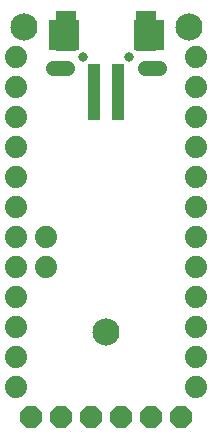
<source format=gbr>
G04 EAGLE Gerber RS-274X export*
G75*
%MOMM*%
%FSLAX34Y34*%
%LPD*%
%INSoldermask Bottom*%
%IPPOS*%
%AMOC8*
5,1,8,0,0,1.08239X$1,22.5*%
G01*
%ADD10C,2.301600*%
%ADD11C,0.801600*%
%ADD12R,2.601600X2.601600*%
%ADD13C,1.309600*%
%ADD14C,1.879600*%
%ADD15P,2.034460X8X112.500000*%
%ADD16R,1.101600X4.701600*%
%ADD17R,1.701600X3.501600*%


D10*
X-69850Y342900D03*
X69850Y342900D03*
X0Y85090D03*
D11*
X19500Y317500D03*
X-19500Y317500D03*
D12*
X-36000Y336500D03*
X36000Y336500D03*
D13*
X33000Y308500D02*
X45080Y308500D01*
X-33000Y308500D02*
X-45080Y308500D01*
D14*
X-76200Y317500D03*
X-76200Y292100D03*
X-76200Y266700D03*
X-76200Y241300D03*
X-76200Y215900D03*
X-76200Y190500D03*
X-76200Y165100D03*
X-76200Y139700D03*
X-76200Y114300D03*
X-76200Y88900D03*
X-76200Y63500D03*
X-76200Y38100D03*
D15*
X-63500Y12700D03*
X-38100Y12700D03*
X-12700Y12700D03*
X12700Y12700D03*
X38100Y12700D03*
X63500Y12700D03*
D14*
X76200Y317500D03*
X76200Y292100D03*
X76200Y266700D03*
X76200Y241300D03*
X76200Y215900D03*
X76200Y190500D03*
X76200Y165100D03*
X76200Y139700D03*
X76200Y114300D03*
X76200Y88900D03*
X76200Y63500D03*
X76200Y38100D03*
X-50800Y165100D03*
X-50800Y139700D03*
D16*
X10000Y288120D03*
X-10000Y288120D03*
D17*
X34000Y340120D03*
X-34000Y340120D03*
M02*

</source>
